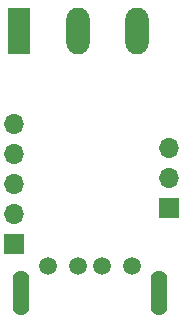
<source format=gbr>
G04 #@! TF.FileFunction,Copper,L2,Bot,Signal*
%FSLAX46Y46*%
G04 Gerber Fmt 4.6, Leading zero omitted, Abs format (unit mm)*
G04 Created by KiCad (PCBNEW 4.0.4-stable) date 10/18/17 21:30:34*
%MOMM*%
%LPD*%
G01*
G04 APERTURE LIST*
%ADD10C,0.100000*%
%ADD11R,1.700000X1.700000*%
%ADD12O,1.700000X1.700000*%
%ADD13R,1.980000X3.960000*%
%ADD14O,1.980000X3.960000*%
%ADD15C,1.501140*%
%ADD16O,1.400000X3.800000*%
%ADD17C,0.250000*%
G04 APERTURE END LIST*
D10*
D11*
X41500000Y-47640000D03*
D12*
X41500000Y-45100000D03*
X41500000Y-42560000D03*
X41500000Y-40020000D03*
X41500000Y-37480000D03*
D13*
X41900000Y-29560000D03*
D14*
X46900000Y-29560000D03*
X51900000Y-29560000D03*
D15*
X44351140Y-49457880D03*
X46891140Y-49457880D03*
X48923140Y-49457880D03*
X51463140Y-49457880D03*
D16*
X42066000Y-51746000D03*
X53750000Y-51746000D03*
D11*
X54550000Y-44590000D03*
D12*
X54550000Y-42050000D03*
X54550000Y-39510000D03*
D17*
X51910000Y-30480000D02*
X51400000Y-30990000D01*
X41050000Y-48190000D02*
X42150000Y-48190000D01*
M02*

</source>
